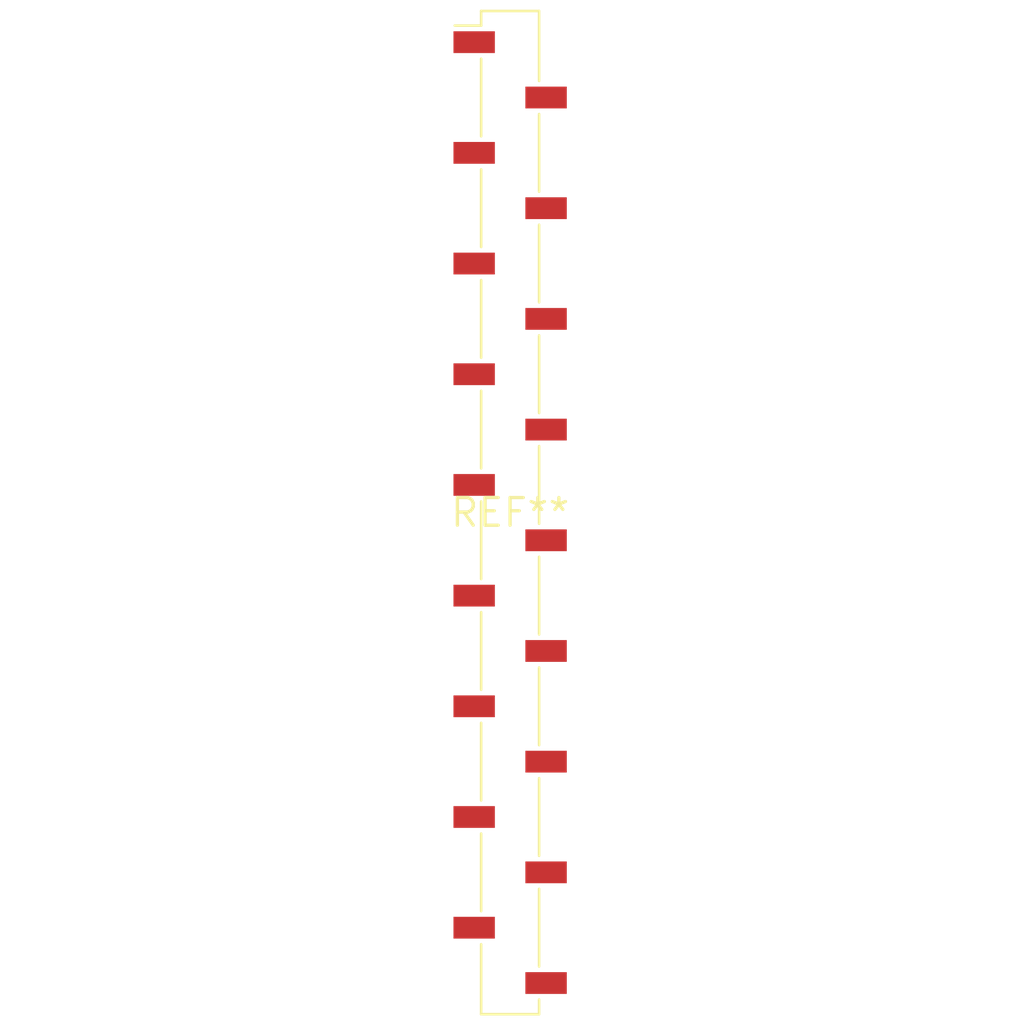
<source format=kicad_pcb>
(kicad_pcb (version 20240108) (generator pcbnew)
  (layers (0 "F.Cu" signal) (31 "B.Cu" signal) (34 "B.Paste" user) (35 "F.Paste" user) (36 "B.SilkS" user "B.Silkscreen") (37 "F.SilkS" user "F.Silkscreen") (38 "B.Mask" user) (39 "F.Mask" user) (44 "Edge.Cuts" user))
  (net 0 "")
  (footprint "PinSocket_1x18_P2.54mm_Vertical_SMD_Pin1Left" (layer "F.Cu") (at 0 0)
    (property "Reference" "REF**")
    (property "Value" "PinSocket_1x18_P2.54mm_Vertical_SMD_Pin1Left")
    (fp_line (start -2.54 -22.35) (end -1.33 -22.35) (layer "F.SilkS") (stroke (width 0.12)))
    (fp_line (start -1.33 -23.02) (end -1.33 -22.35) (layer "F.SilkS") (stroke (width 0.12)))
    (fp_line (start -1.33 -23.02) (end 1.33 -23.02) (layer "F.SilkS") (stroke (width 0.12)))
    (fp_line (start -1.33 -20.83) (end -1.33 -17.27) (layer "F.SilkS") (stroke (width 0.12)))
    (fp_line (start -1.33 -15.75) (end -1.33 -12.19) (layer "F.SilkS") (stroke (width 0.12)))
    (fp_line (start -1.33 -10.67) (end -1.33 -7.11) (layer "F.SilkS") (stroke (width 0.12)))
    (fp_line (start -1.33 -5.59) (end -1.33 -2.03) (layer "F.SilkS") (stroke (width 0.12)))
    (fp_line (start -1.33 -0.51) (end -1.33 3.05) (layer "F.SilkS") (stroke (width 0.12)))
    (fp_line (start -1.33 4.57) (end -1.33 8.13) (layer "F.SilkS") (stroke (width 0.12)))
    (fp_line (start -1.33 9.65) (end -1.33 13.21) (layer "F.SilkS") (stroke (width 0.12)))
    (fp_line (start -1.33 14.73) (end -1.33 18.29) (layer "F.SilkS") (stroke (width 0.12)))
    (fp_line (start -1.33 19.81) (end -1.33 23.02) (layer "F.SilkS") (stroke (width 0.12)))
    (fp_line (start -1.33 23.02) (end 1.33 23.02) (layer "F.SilkS") (stroke (width 0.12)))
    (fp_line (start 1.33 -23.02) (end 1.33 -19.81) (layer "F.SilkS") (stroke (width 0.12)))
    (fp_line (start 1.33 -18.29) (end 1.33 -14.73) (layer "F.SilkS") (stroke (width 0.12)))
    (fp_line (start 1.33 -13.21) (end 1.33 -9.65) (layer "F.SilkS") (stroke (width 0.12)))
    (fp_line (start 1.33 -8.13) (end 1.33 -4.57) (layer "F.SilkS") (stroke (width 0.12)))
    (fp_line (start 1.33 -3.05) (end 1.33 0.51) (layer "F.SilkS") (stroke (width 0.12)))
    (fp_line (start 1.33 2.03) (end 1.33 5.59) (layer "F.SilkS") (stroke (width 0.12)))
    (fp_line (start 1.33 7.11) (end 1.33 10.67) (layer "F.SilkS") (stroke (width 0.12)))
    (fp_line (start 1.33 12.19) (end 1.33 15.75) (layer "F.SilkS") (stroke (width 0.12)))
    (fp_line (start 1.33 17.27) (end 1.33 20.83) (layer "F.SilkS") (stroke (width 0.12)))
    (fp_line (start 1.33 22.35) (end 1.33 23.02) (layer "F.SilkS") (stroke (width 0.12)))
    (pad "1" smd rect (at -1.65 -21.59) (size 1.9 1) (layers "F.Cu" "F.Paste" "F.Mask"))
    (pad "2" smd rect (at 1.65 -19.05) (size 1.9 1) (layers "F.Cu" "F.Paste" "F.Mask"))
    (pad "3" smd rect (at -1.65 -16.51) (size 1.9 1) (layers "F.Cu" "F.Paste" "F.Mask"))
    (pad "4" smd rect (at 1.65 -13.97) (size 1.9 1) (layers "F.Cu" "F.Paste" "F.Mask"))
    (pad "5" smd rect (at -1.65 -11.43) (size 1.9 1) (layers "F.Cu" "F.Paste" "F.Mask"))
    (pad "6" smd rect (at 1.65 -8.89) (size 1.9 1) (layers "F.Cu" "F.Paste" "F.Mask"))
    (pad "7" smd rect (at -1.65 -6.35) (size 1.9 1) (layers "F.Cu" "F.Paste" "F.Mask"))
    (pad "8" smd rect (at 1.65 -3.81) (size 1.9 1) (layers "F.Cu" "F.Paste" "F.Mask"))
    (pad "9" smd rect (at -1.65 -1.27) (size 1.9 1) (layers "F.Cu" "F.Paste" "F.Mask"))
    (pad "10" smd rect (at 1.65 1.27) (size 1.9 1) (layers "F.Cu" "F.Paste" "F.Mask"))
    (pad "11" smd rect (at -1.65 3.81) (size 1.9 1) (layers "F.Cu" "F.Paste" "F.Mask"))
    (pad "12" smd rect (at 1.65 6.35) (size 1.9 1) (layers "F.Cu" "F.Paste" "F.Mask"))
    (pad "13" smd rect (at -1.65 8.89) (size 1.9 1) (layers "F.Cu" "F.Paste" "F.Mask"))
    (pad "14" smd rect (at 1.65 11.43) (size 1.9 1) (layers "F.Cu" "F.Paste" "F.Mask"))
    (pad "15" smd rect (at -1.65 13.97) (size 1.9 1) (layers "F.Cu" "F.Paste" "F.Mask"))
    (pad "16" smd rect (at 1.65 16.51) (size 1.9 1) (layers "F.Cu" "F.Paste" "F.Mask"))
    (pad "17" smd rect (at -1.65 19.05) (size 1.9 1) (layers "F.Cu" "F.Paste" "F.Mask"))
    (pad "18" smd rect (at 1.65 21.59) (size 1.9 1) (layers "F.Cu" "F.Paste" "F.Mask"))
  )
)
</source>
